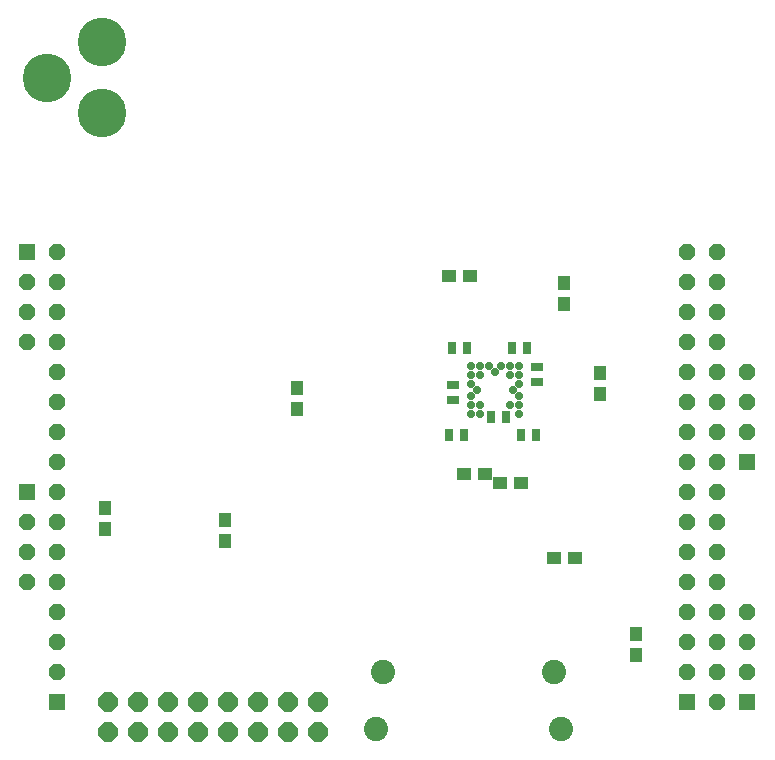
<source format=gbs>
G75*
G70*
%OFA0B0*%
%FSLAX24Y24*%
%IPPOS*%
%LPD*%
%AMOC8*
5,1,8,0,0,1.08239X$1,22.5*
%
%ADD10OC8,0.0555*%
%ADD11R,0.0555X0.0555*%
%ADD12C,0.0808*%
%ADD13C,0.1620*%
%ADD14OC8,0.0640*%
%ADD15R,0.0473X0.0434*%
%ADD16R,0.0316X0.0394*%
%ADD17R,0.0394X0.0316*%
%ADD18R,0.0434X0.0473*%
%ADD19C,0.0280*%
D10*
X003000Y003668D03*
X003000Y004668D03*
X003000Y005668D03*
X003000Y006668D03*
X002000Y006668D03*
X002000Y007668D03*
X003000Y007668D03*
X003000Y008668D03*
X002000Y008668D03*
X003000Y009668D03*
X003000Y010668D03*
X003000Y011668D03*
X003000Y012668D03*
X003000Y013668D03*
X003000Y014668D03*
X002000Y014668D03*
X002000Y015668D03*
X003000Y015668D03*
X003000Y016668D03*
X002000Y016668D03*
X003000Y017668D03*
X024000Y017668D03*
X024000Y016668D03*
X024000Y015668D03*
X024000Y014668D03*
X024000Y013668D03*
X024000Y012668D03*
X024000Y011668D03*
X024000Y010668D03*
X024000Y009668D03*
X024000Y008668D03*
X024000Y007668D03*
X024000Y006668D03*
X024000Y005668D03*
X024000Y004668D03*
X024000Y003668D03*
X025000Y003668D03*
X025000Y002668D03*
X026000Y003668D03*
X026000Y004668D03*
X026000Y005668D03*
X025000Y005668D03*
X025000Y004668D03*
X025000Y006668D03*
X025000Y007668D03*
X025000Y008668D03*
X025000Y009668D03*
X025000Y010668D03*
X025000Y011668D03*
X026000Y011668D03*
X026000Y012668D03*
X026000Y013668D03*
X025000Y013668D03*
X025000Y012668D03*
X025000Y014668D03*
X025000Y015668D03*
X025000Y016668D03*
X025000Y017668D03*
D11*
X003000Y002668D03*
X002000Y009668D03*
X002000Y017668D03*
X024000Y002668D03*
X026000Y002668D03*
X026000Y010668D03*
D12*
X019554Y003668D03*
X019791Y001739D03*
X013846Y003668D03*
X013609Y001739D03*
D13*
X004500Y022275D03*
X002650Y023456D03*
X004500Y024637D03*
D14*
X004700Y002668D03*
X004700Y001668D03*
X005700Y001668D03*
X006700Y001668D03*
X007700Y001668D03*
X008700Y001668D03*
X009700Y001668D03*
X010700Y001668D03*
X011700Y001668D03*
X011700Y002668D03*
X010700Y002668D03*
X009700Y002668D03*
X008700Y002668D03*
X007700Y002668D03*
X006700Y002668D03*
X005700Y002668D03*
D15*
X016565Y010268D03*
X017235Y010268D03*
X017765Y009968D03*
X018435Y009968D03*
X019565Y007468D03*
X020235Y007468D03*
X016735Y016868D03*
X016065Y016868D03*
D16*
X016144Y014468D03*
X016656Y014468D03*
X018144Y014468D03*
X018656Y014468D03*
X017956Y012168D03*
X017444Y012168D03*
X018444Y011568D03*
X018956Y011568D03*
X016556Y011568D03*
X016044Y011568D03*
D17*
X016200Y012712D03*
X016200Y013224D03*
X019000Y013312D03*
X019000Y013824D03*
D18*
X019900Y015934D03*
X019900Y016603D03*
X021100Y013603D03*
X021100Y012934D03*
X022300Y004903D03*
X022300Y004234D03*
X011000Y012434D03*
X011000Y013103D03*
X008600Y008703D03*
X008600Y008034D03*
X004600Y008434D03*
X004600Y009103D03*
D19*
X016800Y012268D03*
X017100Y012268D03*
X017100Y012568D03*
X016800Y012568D03*
X016800Y012868D03*
X017000Y013068D03*
X016800Y013268D03*
X016800Y013568D03*
X017100Y013568D03*
X017100Y013868D03*
X016800Y013868D03*
X017400Y013868D03*
X017600Y013668D03*
X017800Y013868D03*
X018100Y013868D03*
X018100Y013568D03*
X018400Y013568D03*
X018400Y013268D03*
X018200Y013068D03*
X018400Y012868D03*
X018400Y012568D03*
X018400Y012268D03*
X018100Y012568D03*
X018400Y013868D03*
M02*

</source>
